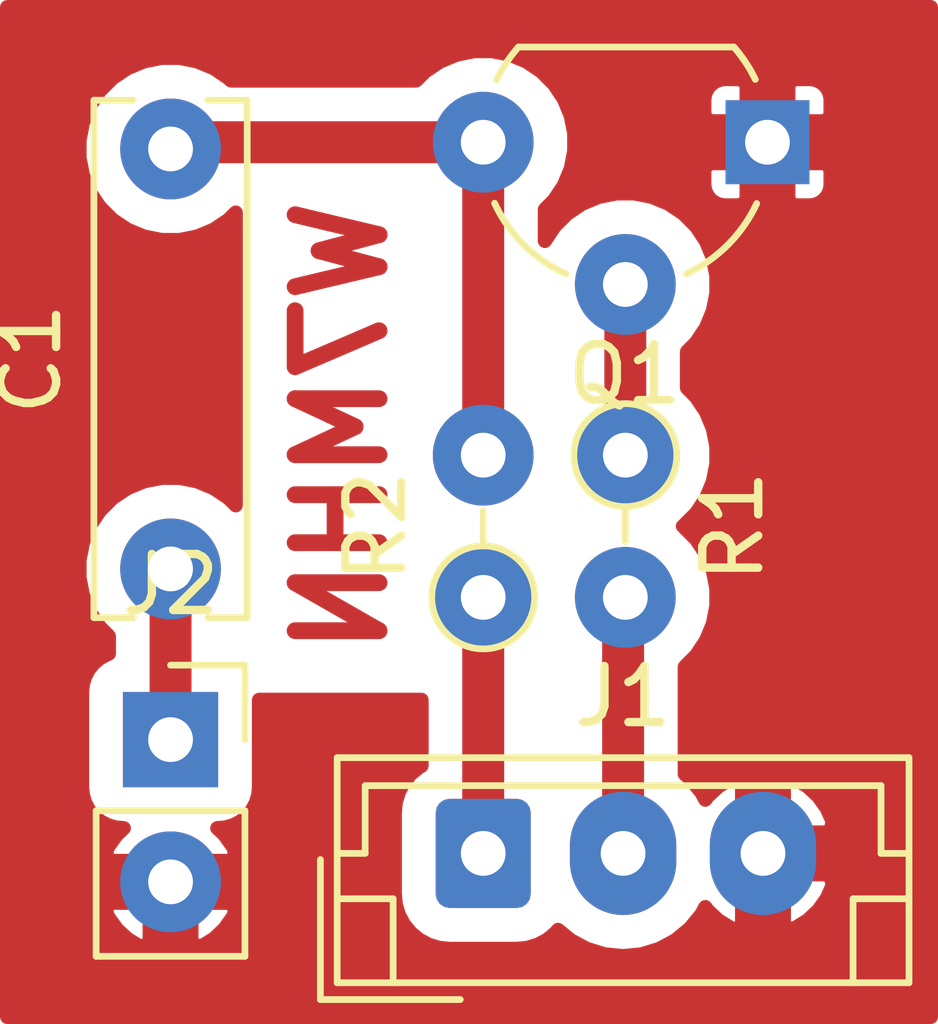
<source format=kicad_pcb>
(kicad_pcb (version 20171130) (host pcbnew "(5.1.6)-1")

  (general
    (thickness 1.6)
    (drawings 1)
    (tracks 8)
    (zones 0)
    (modules 6)
    (nets 7)
  )

  (page A4)
  (layers
    (0 F.Cu signal)
    (31 B.Cu signal hide)
    (32 B.Adhes user hide)
    (33 F.Adhes user hide)
    (34 B.Paste user hide)
    (35 F.Paste user hide)
    (36 B.SilkS user hide)
    (37 F.SilkS user hide)
    (38 B.Mask user hide)
    (39 F.Mask user hide)
    (40 Dwgs.User user hide)
    (41 Cmts.User user hide)
    (42 Eco1.User user hide)
    (43 Eco2.User user hide)
    (44 Edge.Cuts user hide)
    (45 Margin user hide)
    (46 B.CrtYd user)
    (47 F.CrtYd user)
    (48 B.Fab user hide)
    (49 F.Fab user hide)
  )

  (setup
    (last_trace_width 0.75)
    (trace_clearance 0.25)
    (zone_clearance 0.6)
    (zone_45_only no)
    (trace_min 0.2)
    (via_size 0.8)
    (via_drill 0.4)
    (via_min_size 0.4)
    (via_min_drill 0.3)
    (uvia_size 0.3)
    (uvia_drill 0.1)
    (uvias_allowed no)
    (uvia_min_size 0.2)
    (uvia_min_drill 0.1)
    (edge_width 0.05)
    (segment_width 0.2)
    (pcb_text_width 0.3)
    (pcb_text_size 1.5 1.5)
    (mod_edge_width 0.12)
    (mod_text_size 1 1)
    (mod_text_width 0.15)
    (pad_size 1.9 2.2)
    (pad_drill 0.8)
    (pad_to_mask_clearance 0.05)
    (aux_axis_origin 136.144 85.344)
    (visible_elements 7FFFFFFF)
    (pcbplotparams
      (layerselection 0x00000_7fffffff)
      (usegerberextensions false)
      (usegerberattributes true)
      (usegerberadvancedattributes true)
      (creategerberjobfile true)
      (excludeedgelayer true)
      (linewidth 0.100000)
      (plotframeref false)
      (viasonmask false)
      (mode 1)
      (useauxorigin true)
      (hpglpennumber 1)
      (hpglpenspeed 20)
      (hpglpendiameter 15.000000)
      (psnegative false)
      (psa4output false)
      (plotreference true)
      (plotvalue true)
      (plotinvisibletext false)
      (padsonsilk false)
      (subtractmaskfromsilk false)
      (outputformat 1)
      (mirror false)
      (drillshape 0)
      (scaleselection 1)
      (outputdirectory "./"))
  )

  (net 0 "")
  (net 1 "Net-(C1-Pad2)")
  (net 2 "Net-(C1-Pad1)")
  (net 3 GND)
  (net 4 "Net-(J1-Pad2)")
  (net 5 "Net-(Q1-Pad2)")
  (net 6 +5V)

  (net_class Default "This is the default net class."
    (clearance 0.25)
    (trace_width 0.75)
    (via_dia 0.8)
    (via_drill 0.4)
    (uvia_dia 0.3)
    (uvia_drill 0.1)
    (add_net +5V)
    (add_net GND)
    (add_net "Net-(C1-Pad1)")
    (add_net "Net-(C1-Pad2)")
    (add_net "Net-(J1-Pad2)")
    (add_net "Net-(Q1-Pad2)")
  )

  (module Package_TO_SOT_THT:TO-92L_Wide (layer F.Cu) (tedit 5A152D5B) (tstamp 5F61DD30)
    (at 150.368 69.088 180)
    (descr "TO-92L leads in-line (large body variant of TO-92), also known as TO-226, wide, drill 0.75mm (see https://www.diodes.com/assets/Package-Files/TO92L.pdf and http://www.ti.com/lit/an/snoa059/snoa059.pdf)")
    (tags "TO-92L Molded Wide transistor")
    (path /5F617E16)
    (fp_text reference Q1 (at 2.55 -4.15) (layer F.SilkS)
      (effects (font (size 1 1) (thickness 0.15)))
    )
    (fp_text value 2N2219 (at 2.54 2.79) (layer F.Fab)
      (effects (font (size 1 1) (thickness 0.15)))
    )
    (fp_arc (start 2.54 0) (end 4.45 1.7) (angle -15.88591585) (layer F.SilkS) (width 0.12))
    (fp_arc (start 2.54 0) (end 2.54 -2.48) (angle -130.2499344) (layer F.Fab) (width 0.1))
    (fp_arc (start 2.54 0) (end 2.54 -2.48) (angle 129.9527847) (layer F.Fab) (width 0.1))
    (fp_arc (start 2.54 0) (end 3.6 -2.35) (angle 40.72153779) (layer F.SilkS) (width 0.12))
    (fp_arc (start 2.54 0) (end 1.45 -2.35) (angle -40.11670855) (layer F.SilkS) (width 0.12))
    (fp_arc (start 2.54 0) (end 0.6 1.7) (angle 15.44288892) (layer F.SilkS) (width 0.12))
    (fp_text user %R (at 2.55 0.05) (layer F.Fab)
      (effects (font (size 1 1) (thickness 0.15)))
    )
    (fp_line (start -1 -3.55) (end -1 1.85) (layer B.CrtYd) (width 0.05))
    (fp_line (start 6.1 -3.55) (end -1 -3.55) (layer B.CrtYd) (width 0.05))
    (fp_line (start 6.1 1.85) (end 6.1 -3.55) (layer B.CrtYd) (width 0.05))
    (fp_line (start -1 1.85) (end 6.1 1.85) (layer B.CrtYd) (width 0.05))
    (fp_line (start 0.6 1.7) (end 4.45 1.7) (layer F.SilkS) (width 0.12))
    (fp_line (start 0.65 1.6) (end 4.4 1.6) (layer F.Fab) (width 0.1))
    (pad 1 thru_hole rect (at 0 0 270) (size 1.5 1.5) (drill 0.8) (layers *.Cu *.Mask)
      (net 3 GND))
    (pad 3 thru_hole oval (at 5.08 0 180) (size 1.8 1.8) (drill 0.8) (layers *.Cu *.Mask)
      (net 1 "Net-(C1-Pad2)"))
    (pad 2 thru_hole oval (at 2.54 -2.54 180) (size 1.8 1.8) (drill 0.8) (layers *.Cu *.Mask)
      (net 5 "Net-(Q1-Pad2)"))
    (model ${KISYS3DMOD}/Package_TO_SOT_THT.3dshapes/TO-92L_Wide.wrl
      (at (xyz 0 0 0))
      (scale (xyz 1 1 1))
      (rotate (xyz 0 0 0))
    )
  )

  (module Resistor_THT:R_Axial_DIN0204_L3.6mm_D1.6mm_P2.54mm_Vertical (layer F.Cu) (tedit 5AE5139B) (tstamp 5F61DD5E)
    (at 145.288 77.216 90)
    (descr "Resistor, Axial_DIN0204 series, Axial, Vertical, pin pitch=2.54mm, 0.167W, length*diameter=3.6*1.6mm^2, http://cdn-reichelt.de/documents/datenblatt/B400/1_4W%23YAG.pdf")
    (tags "Resistor Axial_DIN0204 series Axial Vertical pin pitch 2.54mm 0.167W length 3.6mm diameter 1.6mm")
    (path /5F61B4FB)
    (fp_text reference R2 (at 1.27 -1.92 90) (layer F.SilkS)
      (effects (font (size 1 1) (thickness 0.15)))
    )
    (fp_text value 330r (at 1.27 1.92 90) (layer F.Fab)
      (effects (font (size 1 1) (thickness 0.15)))
    )
    (fp_circle (center 0 0) (end 0.8 0) (layer F.Fab) (width 0.1))
    (fp_circle (center 0 0) (end 0.92 0) (layer F.SilkS) (width 0.12))
    (fp_line (start 0 0) (end 2.54 0) (layer F.Fab) (width 0.1))
    (fp_line (start 0.92 0) (end 1.54 0) (layer F.SilkS) (width 0.12))
    (fp_line (start -1.05 -1.05) (end -1.05 1.05) (layer F.CrtYd) (width 0.05))
    (fp_line (start -1.05 1.05) (end 3.49 1.05) (layer F.CrtYd) (width 0.05))
    (fp_line (start 3.49 1.05) (end 3.49 -1.05) (layer F.CrtYd) (width 0.05))
    (fp_line (start 3.49 -1.05) (end -1.05 -1.05) (layer F.CrtYd) (width 0.05))
    (fp_text user %R (at 1.27 -1.92 90) (layer F.Fab)
      (effects (font (size 1 1) (thickness 0.15)))
    )
    (pad 1 thru_hole oval (at 0 0 90) (size 1.8 1.8) (drill 0.8) (layers *.Cu *.Mask)
      (net 6 +5V))
    (pad 2 thru_hole oval (at 2.54 0 90) (size 1.8 1.8) (drill 0.8) (layers *.Cu *.Mask)
      (net 1 "Net-(C1-Pad2)"))
    (model ${KISYS3DMOD}/Resistor_THT.3dshapes/R_Axial_DIN0204_L3.6mm_D1.6mm_P2.54mm_Vertical.wrl
      (at (xyz 0 0 0))
      (scale (xyz 1 1 1))
      (rotate (xyz 0 0 0))
    )
  )

  (module Resistor_THT:R_Axial_DIN0204_L3.6mm_D1.6mm_P2.54mm_Vertical (layer F.Cu) (tedit 5F629999) (tstamp 5F61DD47)
    (at 147.828 74.676 270)
    (descr "Resistor, Axial_DIN0204 series, Axial, Vertical, pin pitch=2.54mm, 0.167W, length*diameter=3.6*1.6mm^2, http://cdn-reichelt.de/documents/datenblatt/B400/1_4W%23YAG.pdf")
    (tags "Resistor Axial_DIN0204 series Axial Vertical pin pitch 2.54mm 0.167W length 3.6mm diameter 1.6mm")
    (path /5F619EFF)
    (fp_text reference R1 (at 1.27 -1.92 90) (layer F.SilkS)
      (effects (font (size 1 1) (thickness 0.15)))
    )
    (fp_text value 220r (at 1.27 1.92 90) (layer F.Fab)
      (effects (font (size 1 1) (thickness 0.15)))
    )
    (fp_line (start 3.49 -1.05) (end -1.05 -1.05) (layer F.CrtYd) (width 0.05))
    (fp_line (start 3.49 1.05) (end 3.49 -1.05) (layer F.CrtYd) (width 0.05))
    (fp_line (start -1.05 1.05) (end 3.49 1.05) (layer F.CrtYd) (width 0.05))
    (fp_line (start -1.05 -1.05) (end -1.05 1.05) (layer F.CrtYd) (width 0.05))
    (fp_line (start 0.92 0) (end 1.54 0) (layer F.SilkS) (width 0.12))
    (fp_line (start 0 0) (end 2.54 0) (layer F.Fab) (width 0.1))
    (fp_circle (center 0 0) (end 0.92 0) (layer F.SilkS) (width 0.12))
    (fp_circle (center 0 0) (end 0.8 0) (layer F.Fab) (width 0.1))
    (fp_text user %R (at 1.27 -1.92 90) (layer F.Fab)
      (effects (font (size 1 1) (thickness 0.15)))
    )
    (pad 2 thru_hole oval (at 2.54 0 270) (size 1.8 1.8) (drill 0.8) (layers *.Cu *.Mask)
      (net 4 "Net-(J1-Pad2)"))
    (pad 1 thru_hole oval (at 0 0 270) (size 1.8 1.8) (drill 0.8) (layers *.Cu *.Mask)
      (net 5 "Net-(Q1-Pad2)"))
    (model ${KISYS3DMOD}/Resistor_THT.3dshapes/R_Axial_DIN0204_L3.6mm_D1.6mm_P2.54mm_Vertical.wrl
      (at (xyz 0 0 0))
      (scale (xyz 1 1 1))
      (rotate (xyz 0 0 0))
    )
  )

  (module Connector_PinSocket_2.54mm:PinSocket_1x02_P2.54mm_Vertical (layer F.Cu) (tedit 5F629A2E) (tstamp 5F61DD1B)
    (at 139.7 79.756)
    (descr "Through hole straight socket strip, 1x02, 2.54mm pitch, single row (from Kicad 4.0.7), script generated")
    (tags "Through hole socket strip THT 1x02 2.54mm single row")
    (path /5F61D7EF)
    (fp_text reference J2 (at 0 -2.77) (layer F.SilkS)
      (effects (font (size 1 1) (thickness 0.15)))
    )
    (fp_text value Conn_01x02_Female (at 0 5.31) (layer F.Fab)
      (effects (font (size 1 1) (thickness 0.15)))
    )
    (fp_line (start -1.8 4.3) (end -1.8 -1.8) (layer F.CrtYd) (width 0.05))
    (fp_line (start 1.75 4.3) (end -1.8 4.3) (layer F.CrtYd) (width 0.05))
    (fp_line (start 1.75 -1.8) (end 1.75 4.3) (layer F.CrtYd) (width 0.05))
    (fp_line (start -1.8 -1.8) (end 1.75 -1.8) (layer F.CrtYd) (width 0.05))
    (fp_line (start 0 -1.33) (end 1.33 -1.33) (layer F.SilkS) (width 0.12))
    (fp_line (start 1.33 -1.33) (end 1.33 0) (layer F.SilkS) (width 0.12))
    (fp_line (start 1.33 1.27) (end 1.33 3.87) (layer F.SilkS) (width 0.12))
    (fp_line (start -1.33 3.87) (end 1.33 3.87) (layer F.SilkS) (width 0.12))
    (fp_line (start -1.33 1.27) (end -1.33 3.87) (layer F.SilkS) (width 0.12))
    (fp_line (start -1.33 1.27) (end 1.33 1.27) (layer F.SilkS) (width 0.12))
    (fp_line (start -1.27 3.81) (end -1.27 -1.27) (layer F.Fab) (width 0.1))
    (fp_line (start 1.27 3.81) (end -1.27 3.81) (layer F.Fab) (width 0.1))
    (fp_line (start 1.27 -0.635) (end 1.27 3.81) (layer F.Fab) (width 0.1))
    (fp_line (start 0.635 -1.27) (end 1.27 -0.635) (layer F.Fab) (width 0.1))
    (fp_line (start -1.27 -1.27) (end 0.635 -1.27) (layer F.Fab) (width 0.1))
    (fp_text user %R (at 0 1.27 90) (layer F.Fab)
      (effects (font (size 1 1) (thickness 0.15)))
    )
    (pad 2 thru_hole oval (at 0 2.54) (size 1.8 1.8) (drill 0.8) (layers *.Cu *.Mask)
      (net 3 GND))
    (pad 1 thru_hole rect (at 0 0) (size 1.7 1.7) (drill 0.8) (layers *.Cu *.Mask)
      (net 2 "Net-(C1-Pad1)"))
    (model ${KISYS3DMOD}/Connector_PinSocket_2.54mm.3dshapes/PinSocket_1x02_P2.54mm_Vertical.wrl
      (at (xyz 0 0 0))
      (scale (xyz 1 1 1))
      (rotate (xyz 0 0 0))
    )
  )

  (module Connector_JST:JST_EH_B3B-EH-A_1x03_P2.50mm_Vertical (layer F.Cu) (tedit 5F629A41) (tstamp 5F61DD05)
    (at 145.288 81.788)
    (descr "JST EH series connector, B3B-EH-A (http://www.jst-mfg.com/product/pdf/eng/eEH.pdf), generated with kicad-footprint-generator")
    (tags "connector JST EH vertical")
    (path /5F620ACE)
    (fp_text reference J1 (at 2.5 -2.8) (layer F.SilkS)
      (effects (font (size 1 1) (thickness 0.15)))
    )
    (fp_text value Conn_01x03_Male (at 2.5 3.4) (layer F.Fab)
      (effects (font (size 1 1) (thickness 0.15)))
    )
    (fp_line (start -2.5 -1.6) (end -2.5 2.2) (layer F.Fab) (width 0.1))
    (fp_line (start -2.5 2.2) (end 7.5 2.2) (layer F.Fab) (width 0.1))
    (fp_line (start 7.5 2.2) (end 7.5 -1.6) (layer F.Fab) (width 0.1))
    (fp_line (start 7.5 -1.6) (end -2.5 -1.6) (layer F.Fab) (width 0.1))
    (fp_line (start -3 -2.1) (end -3 2.7) (layer F.CrtYd) (width 0.05))
    (fp_line (start -3 2.7) (end 8 2.7) (layer F.CrtYd) (width 0.05))
    (fp_line (start 8 2.7) (end 8 -2.1) (layer F.CrtYd) (width 0.05))
    (fp_line (start 8 -2.1) (end -3 -2.1) (layer F.CrtYd) (width 0.05))
    (fp_line (start -2.61 -1.71) (end -2.61 2.31) (layer F.SilkS) (width 0.12))
    (fp_line (start -2.61 2.31) (end 7.61 2.31) (layer F.SilkS) (width 0.12))
    (fp_line (start 7.61 2.31) (end 7.61 -1.71) (layer F.SilkS) (width 0.12))
    (fp_line (start 7.61 -1.71) (end -2.61 -1.71) (layer F.SilkS) (width 0.12))
    (fp_line (start -2.61 0) (end -2.11 0) (layer F.SilkS) (width 0.12))
    (fp_line (start -2.11 0) (end -2.11 -1.21) (layer F.SilkS) (width 0.12))
    (fp_line (start -2.11 -1.21) (end 7.11 -1.21) (layer F.SilkS) (width 0.12))
    (fp_line (start 7.11 -1.21) (end 7.11 0) (layer F.SilkS) (width 0.12))
    (fp_line (start 7.11 0) (end 7.61 0) (layer F.SilkS) (width 0.12))
    (fp_line (start -2.61 0.81) (end -1.61 0.81) (layer F.SilkS) (width 0.12))
    (fp_line (start -1.61 0.81) (end -1.61 2.31) (layer F.SilkS) (width 0.12))
    (fp_line (start 7.61 0.81) (end 6.61 0.81) (layer F.SilkS) (width 0.12))
    (fp_line (start 6.61 0.81) (end 6.61 2.31) (layer F.SilkS) (width 0.12))
    (fp_line (start -2.91 0.11) (end -2.91 2.61) (layer F.SilkS) (width 0.12))
    (fp_line (start -2.91 2.61) (end -0.41 2.61) (layer F.SilkS) (width 0.12))
    (fp_line (start -2.91 0.11) (end -2.91 2.61) (layer F.Fab) (width 0.1))
    (fp_line (start -2.91 2.61) (end -0.41 2.61) (layer F.Fab) (width 0.1))
    (fp_text user %R (at 2.5 1.5) (layer F.Fab)
      (effects (font (size 1 1) (thickness 0.15)))
    )
    (pad 1 thru_hole roundrect (at 0 0) (size 1.7 1.95) (drill 0.8) (layers *.Cu *.Mask) (roundrect_rratio 0.147)
      (net 6 +5V))
    (pad 2 thru_hole oval (at 2.5 0) (size 1.9 2.2) (drill 0.8) (layers *.Cu *.Mask)
      (net 4 "Net-(J1-Pad2)"))
    (pad 3 thru_hole oval (at 5 0) (size 1.9 2.2) (drill 0.8) (layers *.Cu *.Mask)
      (net 3 GND))
    (model ${KISYS3DMOD}/Connector_JST.3dshapes/JST_EH_B3B-EH-A_1x03_P2.50mm_Vertical.wrl
      (at (xyz 0 0 0))
      (scale (xyz 1 1 1))
      (rotate (xyz 0 0 0))
    )
  )

  (module Capacitor_THT:C_Rect_L9.0mm_W2.5mm_P7.50mm_MKT (layer F.Cu) (tedit 5AE50EF0) (tstamp 5F61DCE4)
    (at 139.7 76.708 90)
    (descr "C, Rect series, Radial, pin pitch=7.50mm, , length*width=9*2.5mm^2, Capacitor, https://en.tdk.eu/inf/20/20/db/fc_2009/MKT_B32560_564.pdf")
    (tags "C Rect series Radial pin pitch 7.50mm  length 9mm width 2.5mm Capacitor")
    (path /5F61C8AB)
    (fp_text reference C1 (at 3.75 -2.5 90) (layer F.SilkS)
      (effects (font (size 1 1) (thickness 0.15)))
    )
    (fp_text value C (at 3.75 2.5 90) (layer F.Fab)
      (effects (font (size 1 1) (thickness 0.15)))
    )
    (fp_line (start 8.55 -1.5) (end -1.05 -1.5) (layer F.CrtYd) (width 0.05))
    (fp_line (start 8.55 1.5) (end 8.55 -1.5) (layer F.CrtYd) (width 0.05))
    (fp_line (start -1.05 1.5) (end 8.55 1.5) (layer F.CrtYd) (width 0.05))
    (fp_line (start -1.05 -1.5) (end -1.05 1.5) (layer F.CrtYd) (width 0.05))
    (fp_line (start 8.37 0.665) (end 8.37 1.37) (layer F.SilkS) (width 0.12))
    (fp_line (start 8.37 -1.37) (end 8.37 -0.665) (layer F.SilkS) (width 0.12))
    (fp_line (start -0.87 0.665) (end -0.87 1.37) (layer F.SilkS) (width 0.12))
    (fp_line (start -0.87 -1.37) (end -0.87 -0.665) (layer F.SilkS) (width 0.12))
    (fp_line (start -0.87 1.37) (end 8.37 1.37) (layer F.SilkS) (width 0.12))
    (fp_line (start -0.87 -1.37) (end 8.37 -1.37) (layer F.SilkS) (width 0.12))
    (fp_line (start 8.25 -1.25) (end -0.75 -1.25) (layer F.Fab) (width 0.1))
    (fp_line (start 8.25 1.25) (end 8.25 -1.25) (layer F.Fab) (width 0.1))
    (fp_line (start -0.75 1.25) (end 8.25 1.25) (layer F.Fab) (width 0.1))
    (fp_line (start -0.75 -1.25) (end -0.75 1.25) (layer F.Fab) (width 0.1))
    (fp_text user %R (at 3.75 0 90) (layer F.Fab)
      (effects (font (size 1 1) (thickness 0.15)))
    )
    (pad 2 thru_hole oval (at 7.5 0 90) (size 1.8 1.8) (drill 0.8) (layers *.Cu *.Mask)
      (net 1 "Net-(C1-Pad2)"))
    (pad 1 thru_hole oval (at 0 0 90) (size 1.8 1.8) (drill 0.8) (layers *.Cu *.Mask)
      (net 2 "Net-(C1-Pad1)"))
    (model ${KISYS3DMOD}/Capacitor_THT.3dshapes/C_Rect_L9.0mm_W2.5mm_P7.50mm_MKT.wrl
      (at (xyz 0 0 0))
      (scale (xyz 1 1 1))
      (rotate (xyz 0 0 0))
    )
  )

  (gr_text W7MHN (at 142.748 74.168 90) (layer F.Cu)
    (effects (font (size 1.5 1.5) (thickness 0.3)) (justify mirror))
  )

  (segment (start 139.82 69.088) (end 139.7 69.208) (width 0.75) (layer F.Cu) (net 1))
  (segment (start 145.288 69.088) (end 139.82 69.088) (width 0.75) (layer F.Cu) (net 1))
  (segment (start 145.288 69.088) (end 145.288 74.676) (width 0.75) (layer F.Cu) (net 1))
  (segment (start 139.7 76.708) (end 139.7 79.756) (width 0.75) (layer F.Cu) (net 2))
  (segment (start 147.788 77.256) (end 147.828 77.216) (width 0.75) (layer F.Cu) (net 4))
  (segment (start 147.788 81.788) (end 147.788 77.256) (width 0.75) (layer F.Cu) (net 4))
  (segment (start 147.828 74.676) (end 147.828 71.628) (width 0.75) (layer F.Cu) (net 5))
  (segment (start 145.288 81.788) (end 145.288 77.216) (width 0.75) (layer F.Cu) (net 6))

  (zone (net 3) (net_name GND) (layer F.Cu) (tstamp 5F626E45) (hatch edge 0.508)
    (connect_pads (clearance 0.6))
    (min_thickness 0.254)
    (fill yes (arc_segments 32) (thermal_gap 0.25) (thermal_bridge_width 1))
    (polygon
      (pts
        (xy 153.416 84.836) (xy 136.652 84.836) (xy 136.652 66.548) (xy 153.416 66.548)
      )
    )
    (filled_polygon
      (pts
        (xy 153.289 84.709) (xy 136.779 84.709) (xy 136.779 82.855463) (xy 138.552075 82.855463) (xy 138.597059 82.939656)
        (xy 138.743823 83.142461) (xy 138.927332 83.312737) (xy 139.140534 83.443941) (xy 139.327 83.423078) (xy 139.327 82.669)
        (xy 140.073 82.669) (xy 140.073 83.423078) (xy 140.259466 83.443941) (xy 140.472668 83.312737) (xy 140.656177 83.142461)
        (xy 140.802941 82.939656) (xy 140.847925 82.855463) (xy 140.822394 82.669) (xy 140.073 82.669) (xy 139.327 82.669)
        (xy 138.577606 82.669) (xy 138.552075 82.855463) (xy 136.779 82.855463) (xy 136.779 69.047755) (xy 138.073 69.047755)
        (xy 138.073 69.368245) (xy 138.135525 69.682578) (xy 138.258172 69.978673) (xy 138.436227 70.245152) (xy 138.662848 70.471773)
        (xy 138.929327 70.649828) (xy 139.225422 70.772475) (xy 139.539755 70.835) (xy 139.860245 70.835) (xy 140.174578 70.772475)
        (xy 140.470673 70.649828) (xy 140.737152 70.471773) (xy 140.866 70.342925) (xy 140.866 75.573075) (xy 140.737152 75.444227)
        (xy 140.470673 75.266172) (xy 140.174578 75.143525) (xy 139.860245 75.081) (xy 139.539755 75.081) (xy 139.225422 75.143525)
        (xy 138.929327 75.266172) (xy 138.662848 75.444227) (xy 138.436227 75.670848) (xy 138.258172 75.937327) (xy 138.135525 76.233422)
        (xy 138.073 76.547755) (xy 138.073 76.868245) (xy 138.135525 77.182578) (xy 138.258172 77.478673) (xy 138.436227 77.745152)
        (xy 138.598 77.906925) (xy 138.598 78.222731) (xy 138.570443 78.23109) (xy 138.444147 78.298597) (xy 138.333446 78.389446)
        (xy 138.242597 78.500147) (xy 138.17509 78.626443) (xy 138.13352 78.763483) (xy 138.119483 78.906) (xy 138.119483 80.606)
        (xy 138.13352 80.748517) (xy 138.17509 80.885557) (xy 138.242597 81.011853) (xy 138.333446 81.122554) (xy 138.444147 81.213403)
        (xy 138.570443 81.28091) (xy 138.707483 81.32248) (xy 138.85 81.336517) (xy 138.865629 81.336517) (xy 138.743823 81.449539)
        (xy 138.597059 81.652344) (xy 138.552075 81.736537) (xy 138.577606 81.923) (xy 139.327 81.923) (xy 139.327 81.903)
        (xy 140.073 81.903) (xy 140.073 81.923) (xy 140.822394 81.923) (xy 140.847925 81.736537) (xy 140.802941 81.652344)
        (xy 140.656177 81.449539) (xy 140.534371 81.336517) (xy 140.55 81.336517) (xy 140.692517 81.32248) (xy 140.829557 81.28091)
        (xy 140.955853 81.213403) (xy 141.066554 81.122554) (xy 141.157403 81.011853) (xy 141.22491 80.885557) (xy 141.26648 80.748517)
        (xy 141.280517 80.606) (xy 141.280517 79.045) (xy 144.186001 79.045) (xy 144.186 80.224841) (xy 144.143209 80.247713)
        (xy 143.99464 80.36964) (xy 143.872713 80.518209) (xy 143.782113 80.687711) (xy 143.726321 80.87163) (xy 143.707483 81.0629)
        (xy 143.707483 82.5131) (xy 143.726321 82.70437) (xy 143.782113 82.888289) (xy 143.872713 83.057791) (xy 143.99464 83.20636)
        (xy 144.143209 83.328287) (xy 144.312711 83.418887) (xy 144.49663 83.474679) (xy 144.6879 83.493517) (xy 145.8881 83.493517)
        (xy 146.07937 83.474679) (xy 146.263289 83.418887) (xy 146.432791 83.328287) (xy 146.58136 83.20636) (xy 146.625095 83.153069)
        (xy 146.851802 83.339121) (xy 147.143136 83.494842) (xy 147.459252 83.590735) (xy 147.788 83.623114) (xy 148.116749 83.590735)
        (xy 148.432865 83.494842) (xy 148.724199 83.339121) (xy 148.979556 83.129556) (xy 149.189121 82.874199) (xy 149.257731 82.745838)
        (xy 149.300101 82.804925) (xy 149.488212 82.980997) (xy 149.707058 83.116987) (xy 149.720373 83.13747) (xy 149.915 83.112965)
        (xy 149.915 82.161) (xy 150.661 82.161) (xy 150.661 83.112965) (xy 150.855627 83.13747) (xy 150.868942 83.116987)
        (xy 151.087788 82.980997) (xy 151.275899 82.804925) (xy 151.426046 82.595538) (xy 151.532458 82.360882) (xy 151.48904 82.161)
        (xy 150.661 82.161) (xy 149.915 82.161) (xy 149.895 82.161) (xy 149.895 81.415) (xy 149.915 81.415)
        (xy 149.915 80.463035) (xy 150.661 80.463035) (xy 150.661 81.415) (xy 151.48904 81.415) (xy 151.532458 81.215118)
        (xy 151.426046 80.980462) (xy 151.275899 80.771075) (xy 151.087788 80.595003) (xy 150.868942 80.459013) (xy 150.855627 80.43853)
        (xy 150.661 80.463035) (xy 149.915 80.463035) (xy 149.720373 80.43853) (xy 149.707058 80.459013) (xy 149.488212 80.595003)
        (xy 149.300101 80.771075) (xy 149.257731 80.830162) (xy 149.189121 80.701801) (xy 148.979556 80.446444) (xy 148.89 80.372948)
        (xy 148.89 78.454925) (xy 149.091773 78.253152) (xy 149.269828 77.986673) (xy 149.392475 77.690578) (xy 149.455 77.376245)
        (xy 149.455 77.055755) (xy 149.392475 76.741422) (xy 149.269828 76.445327) (xy 149.091773 76.178848) (xy 148.865152 75.952227)
        (xy 148.855833 75.946) (xy 148.865152 75.939773) (xy 149.091773 75.713152) (xy 149.269828 75.446673) (xy 149.392475 75.150578)
        (xy 149.455 74.836245) (xy 149.455 74.515755) (xy 149.392475 74.201422) (xy 149.269828 73.905327) (xy 149.091773 73.638848)
        (xy 148.93 73.477075) (xy 148.93 72.826925) (xy 149.091773 72.665152) (xy 149.269828 72.398673) (xy 149.392475 72.102578)
        (xy 149.455 71.788245) (xy 149.455 71.467755) (xy 149.392475 71.153422) (xy 149.269828 70.857327) (xy 149.091773 70.590848)
        (xy 148.865152 70.364227) (xy 148.598673 70.186172) (xy 148.302578 70.063525) (xy 147.988245 70.001) (xy 147.667755 70.001)
        (xy 147.353422 70.063525) (xy 147.057327 70.186172) (xy 146.790848 70.364227) (xy 146.564227 70.590848) (xy 146.39 70.851598)
        (xy 146.39 70.286925) (xy 146.551773 70.125152) (xy 146.729828 69.858673) (xy 146.738391 69.838) (xy 149.239176 69.838)
        (xy 149.246455 69.911905) (xy 149.268012 69.98297) (xy 149.303019 70.048463) (xy 149.350131 70.105869) (xy 149.407537 70.152981)
        (xy 149.47303 70.187988) (xy 149.544095 70.209545) (xy 149.618 70.216824) (xy 149.90075 70.215) (xy 149.995 70.12075)
        (xy 149.995 69.461) (xy 150.741 69.461) (xy 150.741 70.12075) (xy 150.83525 70.215) (xy 151.118 70.216824)
        (xy 151.191905 70.209545) (xy 151.26297 70.187988) (xy 151.328463 70.152981) (xy 151.385869 70.105869) (xy 151.432981 70.048463)
        (xy 151.467988 69.98297) (xy 151.489545 69.911905) (xy 151.496824 69.838) (xy 151.495 69.55525) (xy 151.40075 69.461)
        (xy 150.741 69.461) (xy 149.995 69.461) (xy 149.33525 69.461) (xy 149.241 69.55525) (xy 149.239176 69.838)
        (xy 146.738391 69.838) (xy 146.852475 69.562578) (xy 146.915 69.248245) (xy 146.915 68.927755) (xy 146.852475 68.613422)
        (xy 146.738392 68.338) (xy 149.239176 68.338) (xy 149.241 68.62075) (xy 149.33525 68.715) (xy 149.995 68.715)
        (xy 149.995 68.05525) (xy 150.741 68.05525) (xy 150.741 68.715) (xy 151.40075 68.715) (xy 151.495 68.62075)
        (xy 151.496824 68.338) (xy 151.489545 68.264095) (xy 151.467988 68.19303) (xy 151.432981 68.127537) (xy 151.385869 68.070131)
        (xy 151.328463 68.023019) (xy 151.26297 67.988012) (xy 151.191905 67.966455) (xy 151.118 67.959176) (xy 150.83525 67.961)
        (xy 150.741 68.05525) (xy 149.995 68.05525) (xy 149.90075 67.961) (xy 149.618 67.959176) (xy 149.544095 67.966455)
        (xy 149.47303 67.988012) (xy 149.407537 68.023019) (xy 149.350131 68.070131) (xy 149.303019 68.127537) (xy 149.268012 68.19303)
        (xy 149.246455 68.264095) (xy 149.239176 68.338) (xy 146.738392 68.338) (xy 146.729828 68.317327) (xy 146.551773 68.050848)
        (xy 146.325152 67.824227) (xy 146.058673 67.646172) (xy 145.762578 67.523525) (xy 145.448245 67.461) (xy 145.127755 67.461)
        (xy 144.813422 67.523525) (xy 144.517327 67.646172) (xy 144.250848 67.824227) (xy 144.089075 67.986) (xy 140.778925 67.986)
        (xy 140.737152 67.944227) (xy 140.470673 67.766172) (xy 140.174578 67.643525) (xy 139.860245 67.581) (xy 139.539755 67.581)
        (xy 139.225422 67.643525) (xy 138.929327 67.766172) (xy 138.662848 67.944227) (xy 138.436227 68.170848) (xy 138.258172 68.437327)
        (xy 138.135525 68.733422) (xy 138.073 69.047755) (xy 136.779 69.047755) (xy 136.779 66.675) (xy 153.289 66.675)
      )
    )
  )
)

</source>
